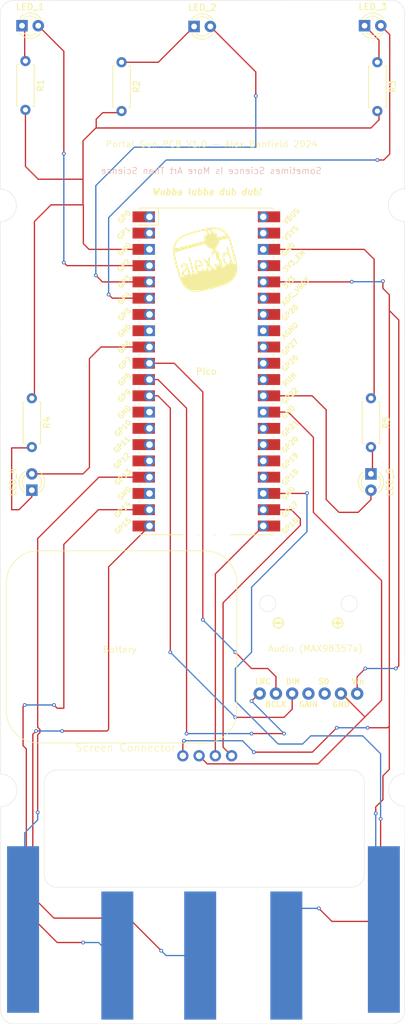
<source format=kicad_pcb>
(kicad_pcb (version 20221018) (generator pcbnew)
  (title_block (title "Portal Gun PCB") (date "2024-02-27") (rev "1") (company "alex3d"))
  (layers (0 "F.Cu" signal) (31 "B.Cu" signal) (34 "B.Paste" user) (35 "F.Paste" user) (36 "B.SilkS" user "B.Silkscreen") (37 "F.SilkS" user "F.Silkscreen") (38 "B.Mask" user) (39 "F.Mask" user) (44 "Edge.Cuts" user))
  (net 0 "")
  (net 1 "LED_1")
  (net 2 "LED_2")
  (net 3 "LED_GND")
  (net 4 "LED_3")
  (net 5 "LED_4")
  (net 6 "LED_5")
  (net 7 "SCRNAUDI_GND")
  (net 8 "PAD_1")
  (net 9 "PAD_2")
  (net 10 "PAD_3")
  (net 11 "PAD_4")
  (net 12 "PAD_5")
  (net 13 "LRC")
  (net 14 "BLCK")
  (net 15 "DIN")
  (net 16 "SCRN_C")
  (net 17 "SCRN_D")
  (footprint "" (layer "F.Cu") (at 136.006 176.276)
    (fp_text reference "" (at 0 0) (layer "F.SilkS") (effects (font (size 1.27 1.27))))
    (fp_text value "" (at 0 0) (layer "F.SilkS") (effects (font (size 1.27 1.27))))
    (pad "4" smd rect (at 0 0 180) (size 5 20) (drill (offset -0.9 0)) (layers "B.Cu" "B.Mask") (net 11 "PAD_4"))
  )
  (footprint "LED_THT:LED_D3.0mm" (layer "F.Cu") (at 95.59 31.125316)
    (fp_text reference "LED_1" (at 1.27 -2.96) (layer "F.SilkS"))
    (fp_text value "LED_D3.0mm")
    (pad "1" thru_hole rect (at 0 0) (size 1.8 1.8) (drill 0.9) (layers "*.Cu" "*.Mask") (net 3 "LED_GND"))
    (pad "2" thru_hole circle (at 2.54 0) (size 1.8 1.8) (drill 0.9) (layers "*.Cu" "*.Mask") (net 1 "LED_1"))
  )
  (footprint "MCU_RaspberryPi_and_Boards:RPi_Pico_SMD_TH" (layer "F.Cu") (at 124.405 85.09)
    (fp_text reference "Pico" (at 0 0) (layer "F.SilkS"))
    (fp_text value "RPi_Pico_SMD_TH")
    (fp_text user "GND" (at -12.8 -19.05 45) (layer "F.SilkS") (effects (font (size 0.8 0.8))))
    (fp_text user "GP9" (at -12.8 3.81 45) (layer "F.SilkS") (effects (font (size 0.8 0.8))))
    (fp_text user "AGND" (at 13.054 -6.35 45) (layer "F.SilkS") (effects (font (size 0.8 0.8))))
    (fp_text user "ADC_VREF" (at 14 -12.5 45) (layer "F.SilkS") (effects (font (size 0.8 0.8))))
    (fp_text user "GP7" (at -12.7 -1.3 45) (layer "F.SilkS") (effects (font (size 0.8 0.8))))
    (fp_text user "GP4" (at -12.8 -11.43 45) (layer "F.SilkS") (effects (font (size 0.8 0.8))))
    (fp_text user "GP13" (at -13.054 16.51 45) (layer "F.SilkS") (effects (font (size 0.8 0.8))))
    (fp_text user "GND" (at 12.8 19.05 45) (layer "F.SilkS") (effects (font (size 0.8 0.8))))
    (fp_text user "GP1" (at -12.9 -21.6 45) (layer "F.SilkS") (effects (font (size 0.8 0.8))))
    (fp_text user "GP12" (at -13.2 13.97 45) (layer "F.SilkS") (effects (font (size 0.8 0.8))))
    (fp_text user "GND" (at -12.8 19.05 45) (layer "F.SilkS") (effects (font (size 0.8 0.8))))
    (fp_text user "GND" (at 12.8 -19.05 45) (layer "F.SilkS") (effects (font (size 0.8 0.8))))
    (fp_text user "GP15" (at -13.054 24.13 45) (layer "F.SilkS") (effects (font (size 0.8 0.8))))
    (fp_text user "GP17" (at 13.054 21.59 45) (layer "F.SilkS") (effects (font (size 0.8 0.8))))
    (fp_text user "GP0" (at -12.8 -24.13 45) (layer "F.SilkS") (effects (font (size 0.8 0.8))))
    (fp_text user "GP8" (at -12.8 1.27 45) (layer "F.SilkS") (effects (font (size 0.8 0.8))))
    (fp_text user "GP28" (at 13.054 -9.144 45) (layer "F.SilkS") (effects (font (size 0.8 0.8))))
    (fp_text user "GP16" (at 13.054 24.13 45) (layer "F.SilkS") (effects (font (size 0.8 0.8))))
    (fp_text user "GP11" (at -13.2 11.43 45) (layer "F.SilkS") (effects (font (size 0.8 0.8))))
    (fp_text user "GP21" (at 13.054 8.9 45) (layer "F.SilkS") (effects (font (size 0.8 0.8))))
    (fp_text user "GND" (at -12.8 -6.35 45) (layer "F.SilkS") (effects (font (size 0.8 0.8))))
    (fp_text user "RUN" (at 13 1.27 45) (layer "F.SilkS") (effects (font (size 0.8 0.8))))
    (fp_text user "GP27" (at 13.054 -3.8 45) (layer "F.SilkS") (effects (font (size 0.8 0.8))))
    (fp_text user "3V3" (at 12.9 -13.9 45) (layer "F.SilkS") (effects (font (size 0.8 0.8))))
    (fp_text user "VSYS" (at 13.2 -21.59 45) (layer "F.SilkS") (effects (font (size 0.8 0.8))))
    (fp_text user "GND" (at 12.8 6.35 45) (layer "F.SilkS") (effects (font (size 0.8 0.8))))
    (fp_text user "GP6" (at -12.8 -3.81 45) (layer "F.SilkS") (effects (font (size 0.8 0.8))))
    (fp_text user "GND" (at -12.8 6.35 45) (layer "F.SilkS") (effects (font (size 0.8 0.8))))
    (fp_text user "GP22" (at 13.054 3.81 45) (layer "F.SilkS") (effects (font (size 0.8 0.8))))
    (fp_text user "GP20" (at 13.054 11.43 45) (layer "F.SilkS") (effects (font (size 0.8 0.8))))
    (fp_text user "GP14" (at -13.1 21.59 45) (layer "F.SilkS") (effects (font (size 0.8 0.8))))
    (fp_text user "GP18" (at 13.054 16.51 45) (layer "F.SilkS") (effects (font (size 0.8 0.8))))
    (fp_text user "GP19" (at 13.054 13.97 45) (layer "F.SilkS") (effects (font (size 0.8 0.8))))
    (fp_text user "GP5" (at -12.8 -8.89 45) (layer "F.SilkS") (effects (font (size 0.8 0.8))))
    (fp_text user "GP2" (at -12.9 -16.51 45) (layer "F.SilkS") (effects (font (size 0.8 0.8))))
    (fp_text user "GP10" (at -13.054 8.89 45) (layer "F.SilkS") (effects (font (size 0.8 0.8))))
    (fp_text user "GP26" (at 13.054 -1.27 45) (layer "F.SilkS") (effects (font (size 0.8 0.8))))
    (fp_text user "VBUS" (at 13.3 -24.2 45) (layer "F.SilkS") (effects (font (size 0.8 0.8))))
    (fp_text user "GP3" (at -12.8 -13.97 45) (layer "F.SilkS") (effects (font (size 0.8 0.8))))
    (fp_text user "3V3_EN" (at 13.7 -17.2 45) (layer "F.SilkS") (effects (font (size 0.8 0.8))))
    (pad "1" thru_hole oval (at -8.89 -24.13) (size 1.7 1.7) (drill 1.02) (layers "*.Cu" "*.Mask"))
    (pad "1" smd rect (at -8.89 -24.13) (size 3.5 1.7) (drill (offset -0.9 0)) (layers "F.Cu" "F.Mask"))
    (pad "2" thru_hole oval (at -8.89 -21.59) (size 1.7 1.7) (drill 1.02) (layers "*.Cu" "*.Mask"))
    (pad "2" smd rect (at -8.89 -21.59) (size 3.5 1.7) (drill (offset -0.9 0)) (layers "F.Cu" "F.Mask"))
    (pad "3" thru_hole rect (at -8.89 -19.05) (size 1.7 1.7) (drill 1.02) (layers "*.Cu" "*.Mask") (net 3 "LED_GND"))
    (pad "3" smd rect (at -8.89 -19.05) (size 3.5 1.7) (drill (offset -0.9 0)) (layers "F.Cu" "F.Mask") (net 3 "LED_GND"))
    (pad "4" thru_hole oval (at -8.89 -16.51) (size 1.7 1.7) (drill 1.02) (layers "*.Cu" "*.Mask") (net 1 "LED_1"))
    (pad "4" smd rect (at -8.89 -16.51) (size 3.5 1.7) (drill (offset -0.9 0)) (layers "F.Cu" "F.Mask") (net 1 "LED_1"))
    (pad "5" thru_hole oval (at -8.89 -13.97) (size 1.7 1.7) (drill 1.02) (layers "*.Cu" "*.Mask") (net 2 "LED_2"))
    (pad "5" smd rect (at -8.89 -13.97) (size 3.5 1.7) (drill (offset -0.9 0)) (layers "F.Cu" "F.Mask") (net 2 "LED_2"))
    (pad "6" thru_hole oval (at -8.89 -11.43) (size 1.7 1.7) (drill 1.02) (layers "*.Cu" "*.Mask") (net 4 "LED_3"))
    (pad "6" smd rect (at -8.89 -11.43) (size 3.5 1.7) (drill (offset -0.9 0)) (layers "F.Cu" "F.Mask") (net 4 "LED_3"))
    (pad "7" thru_hole oval (at -8.89 -8.89) (size 1.7 1.7) (drill 1.02) (layers "*.Cu" "*.Mask"))
    (pad "7" smd rect (at -8.89 -8.89) (size 3.5 1.7) (drill (offset -0.9 0)) (layers "F.Cu" "F.Mask"))
    (pad "8" thru_hole rect (at -8.89 -6.35) (size 1.7 1.7) (drill 1.02) (layers "*.Cu" "*.Mask"))
    (pad "8" smd rect (at -8.89 -6.35) (size 3.5 1.7) (drill (offset -0.9 0)) (layers "F.Cu" "F.Mask"))
    (pad "9" thru_hole oval (at -8.89 -3.81) (size 1.7 1.7) (drill 1.02) (layers "*.Cu" "*.Mask") (net 5 "LED_4"))
    (pad "9" smd rect (at -8.89 -3.81) (size 3.5 1.7) (drill (offset -0.9 0)) (layers "F.Cu" "F.Mask") (net 5 "LED_4"))
    (pad "10" thru_hole oval (at -8.89 -1.27) (size 1.7 1.7) (drill 1.02) (layers "*.Cu" "*.Mask") (net 14 "BLCK"))
    (pad "10" smd rect (at -8.89 -1.27) (size 3.5 1.7) (drill (offset -0.9 0)) (layers "F.Cu" "F.Mask") (net 14 "BLCK"))
    (pad "11" thru_hole oval (at -8.89 1.27) (size 1.7 1.7) (drill 1.02) (layers "*.Cu" "*.Mask") (net 13 "LRC"))
    (pad "11" smd rect (at -8.89 1.27) (size 3.5 1.7) (drill (offset -0.9 0)) (layers "F.Cu" "F.Mask") (net 13 "LRC"))
    (pad "12" thru_hole oval (at -8.89 3.81) (size 1.7 1.7) (drill 1.02) (layers "*.Cu" "*.Mask") (net 15 "DIN"))
    (pad "12" smd rect (at -8.89 3.81) (size 3.5 1.7) (drill (offset -0.9 0)) (layers "F.Cu" "F.Mask") (net 15 "DIN"))
    (pad "13" thru_hole rect (at -8.89 6.35) (size 1.7 1.7) (drill 1.02) (layers "*.Cu" "*.Mask"))
    (pad "13" smd rect (at -8.89 6.35) (size 3.5 1.7) (drill (offset -0.9 0)) (layers "F.Cu" "F.Mask"))
    (pad "14" thru_hole oval (at -8.89 8.89) (size 1.7 1.7) (drill 1.02) (layers "*.Cu" "*.Mask"))
    (pad "14" smd rect (at -8.89 8.89) (size 3.5 1.7) (drill (offset -0.9 0)) (layers "F.Cu" "F.Mask"))
    (pad "15" thru_hole oval (at -8.89 11.43) (size 1.7 1.7) (drill 1.02) (layers "*.Cu" "*.Mask"))
    (pad "15" smd rect (at -8.89 11.43) (size 3.5 1.7) (drill (offset -0.9 0)) (layers "F.Cu" "F.Mask"))
    (pad "16" thru_hole oval (at -8.89 13.97) (size 1.7 1.7) (drill 1.02) (layers "*.Cu" "*.Mask"))
    (pad "16" smd rect (at -8.89 13.97) (size 3.5 1.7) (drill (offset -0.9 0)) (layers "F.Cu" "F.Mask"))
    (pad "17" thru_hole oval (at -8.89 16.51) (size 1.7 1.7) (drill 1.02) (layers "*.Cu" "*.Mask") (net 8 "PAD_1"))
    (pad "17" smd rect (at -8.89 16.51) (size 3.5 1.7) (drill (offset -0.9 0)) (layers "F.Cu" "F.Mask") (net 8 "PAD_1"))
    (pad "18" thru_hole rect (at -8.89 19.05) (size 1.7 1.7) (drill 1.02) (layers "*.Cu" "*.Mask"))
    (pad "18" smd rect (at -8.89 19.05) (size 3.5 1.7) (drill (offset -0.9 0)) (layers "F.Cu" "F.Mask"))
    (pad "19" thru_hole oval (at -8.89 21.59) (size 1.7 1.7) (drill 1.02) (layers "*.Cu" "*.Mask") (net 9 "PAD_2"))
    (pad "19" smd rect (at -8.89 21.59) (size 3.5 1.7) (drill (offset -0.9 0)) (layers "F.Cu" "F.Mask") (net 9 "PAD_2"))
    (pad "20" thru_hole oval (at -8.89 24.13) (size 1.7 1.7) (drill 1.02) (layers "*.Cu" "*.Mask") (net 10 "PAD_3"))
    (pad "20" smd rect (at -8.89 24.13) (size 3.5 1.7) (drill (offset -0.9 0)) (layers "F.Cu" "F.Mask") (net 10 "PAD_3"))
    (pad "21" thru_hole oval (at 8.89 24.13) (size 1.7 1.7) (drill 1.02) (layers "*.Cu" "*.Mask") (net 17 "SCRN_D"))
    (pad "21" smd rect (at 8.89 24.13) (size 3.5 1.7) (drill (offset 0.9 0)) (layers "F.Cu" "F.Mask") (net 17 "SCRN_D"))
    (pad "22" thru_hole oval (at 8.89 21.59) (size 1.7 1.7) (drill 1.02) (layers "*.Cu" "*.Mask") (net 16 "SCRN_C"))
    (pad "22" smd rect (at 8.89 21.59) (size 3.5 1.7) (drill (offset 0.9 0)) (layers "F.Cu" "F.Mask") (net 16 "SCRN_C"))
    (pad "23" thru_hole rect (at 8.89 19.05) (size 1.7 1.7) (drill 1.02) (layers "*.Cu" "*.Mask") (net 11 "PAD_4"))
    (pad "23" smd rect (at 8.89 19.05) (size 3.5 1.7) (drill (offset 0.9 0)) (layers "F.Cu" "F.Mask") (net 11 "PAD_4"))
    (pad "24" thru_hole oval (at 8.89 16.51) (size 1.7 1.7) (drill 1.02) (layers "*.Cu" "*.Mask"))
    (pad "24" smd rect (at 8.89 16.51) (size 3.5 1.7) (drill (offset 0.9 0)) (layers "F.Cu" "F.Mask"))
    (pad "25" thru_hole oval (at 8.89 13.97) (size 1.7 1.7) (drill 1.02) (layers "*.Cu" "*.Mask"))
    (pad "25" smd rect (at 8.89 13.97) (size 3.5 1.7) (drill (offset 0.9 0)) (layers "F.Cu" "F.Mask"))
    (pad "26" thru_hole oval (at 8.89 11.43) (size 1.7 1.7) (drill 1.02) (layers "*.Cu" "*.Mask"))
    (pad "26" smd rect (at 8.89 11.43) (size 3.5 1.7) (drill (offset 0.9 0)) (layers "F.Cu" "F.Mask"))
    (pad "27" thru_hole oval (at 8.89 8.89) (size 1.7 1.7) (drill 1.02) (layers "*.Cu" "*.Mask"))
    (pad "27" smd rect (at 8.89 8.89) (size 3.5 1.7) (drill (offset 0.9 0)) (layers "F.Cu" "F.Mask"))
    (pad "28" thru_hole rect (at 8.89 6.35) (size 1.7 1.7) (drill 1.02) (layers "*.Cu" "*.Mask") (net 7 "SCRNAUDI_GND"))
    (pad "28" smd rect (at 8.89 6.35) (size 3.5 1.7) (drill (offset 0.9 0)) (layers "F.Cu" "F.Mask") (net 7 "SCRNAUDI_GND"))
    (pad "29" thru_hole oval (at 8.89 3.81) (size 1.7 1.7) (drill 1.02) (layers "*.Cu" "*.Mask") (net 6 "LED_5"))
    (pad "29" smd rect (at 8.89 3.81) (size 3.5 1.7) (drill (offset 0.9 0)) (layers "F.Cu" "F.Mask") (net 6 "LED_5"))
    (pad "30" thru_hole oval (at 8.89 1.27) (size 1.7 1.7) (drill 1.02) (layers "*.Cu" "*.Mask"))
    (pad "30" smd rect (at 8.89 1.27) (size 3.5 1.7) (drill (offset 0.9 0)) (layers "F.Cu" "F.Mask"))
    (pad "31" thru_hole oval (at 8.89 -1.27) (size 1.7 1.7) (drill 1.02) (layers "*.Cu" "*.Mask"))
    (pad "31" smd rect (at 8.89 -1.27) (size 3.5 1.7) (drill (offset 0.9 0)) (layers "F.Cu" "F.Mask"))
    (pad "32" thru_hole oval (at 8.89 -3.81) (size 1.7 1.7) (drill 1.02) (layers "*.Cu" "*.Mask"))
    (pad "32" smd rect (at 8.89 -3.81) (size 3.5 1.7) (drill (offset 0.9 0)) (layers "F.Cu" "F.Mask"))
    (pad "33" thru_hole rect (at 8.89 -6.35) (size 1.7 1.7) (drill 1.02) (layers "*.Cu" "*.Mask"))
    (pad "33" smd rect (at 8.89 -6.35) (size 3.5 1.7) (drill (offset 0.9 0)) (layers "F.Cu" "F.Mask"))
    (pad "34" thru_hole oval (at 8.89 -8.89) (size 1.7 1.7) (drill 1.02) (layers "*.Cu" "*.Mask"))
    (pad "34" smd rect (at 8.89 -8.89) (size 3.5 1.7) (drill (offset 0.9 0)) (layers "F.Cu" "F.Mask"))
    (pad "35" thru_hole oval (at 8.89 -11.43) (size 1.7 1.7) (drill 1.02) (layers "*.Cu" "*.Mask"))
    (pad "35" smd rect (at 8.89 -11.43) (size 3.5 1.7) (drill (offset 0.9 0)) (layers "F.Cu" "F.Mask"))
    (pad "36" thru_hole oval (at 8.89 -13.97) (size 1.7 1.7) (drill 1.02) (layers "*.Cu" "*.Mask") (net 12 "PAD_5"))
    (pad "36" smd rect (at 8.89 -13.97) (size 3.5 1.7) (drill (offset 0.9 0)) (layers "F.Cu" "F.Mask") (net 12 "PAD_5"))
    (pad "37" thru_hole oval (at 8.89 -16.51) (size 1.7 1.7) (drill 1.02) (layers "*.Cu" "*.Mask"))
    (pad "37" smd rect (at 8.89 -16.51) (size 3.5 1.7) (drill (offset 0.9 0)) (layers "F.Cu" "F.Mask"))
    (pad "38" thru_hole rect (at 8.89 -19.05) (size 1.7 1.7) (drill 1.02) (layers "*.Cu" "*.Mask") (net 3 "LED_GND"))
    (pad "38" smd rect (at 8.89 -19.05) (size 3.5 1.7) (drill (offset 0.9 0)) (layers "F.Cu" "F.Mask") (net 3 "LED_GND"))
    (pad "39" thru_hole oval (at 8.89 -21.59) (size 1.7 1.7) (drill 1.02) (layers "*.Cu" "*.Mask"))
    (pad "39" smd rect (at 8.89 -21.59) (size 3.5 1.7) (drill (offset 0.9 0)) (layers "F.Cu" "F.Mask"))
    (pad "40" thru_hole oval (at 8.89 -24.13) (size 1.7 1.7) (drill 1.02) (layers "*.Cu" "*.Mask"))
    (pad "40" smd rect (at 8.89 -24.13) (size 3.5 1.7) (drill (offset 0.9 0)) (layers "F.Cu" "F.Mask"))
  )
  (footprint "1X07_ROUND_76" (layer "F.Cu") (at 140.36 135.382 180)
    (fp_text reference "JP1" hide)
    (fp_text value "")
    (pad "1" thru_hole circle (at -7.62 0 270) (size 1.9304 1.9304) (drill 1) (layers "*.Cu" "*.Mask") (net 12 "PAD_5"))
    (pad "2" thru_hole circle (at -5.08 0 270) (size 1.9304 1.9304) (drill 1) (layers "*.Cu" "*.Mask") (net 7 "SCRNAUDI_GND"))
    (pad "3" thru_hole circle (at -2.54 0 270) (size 1.9304 1.9304) (drill 1) (layers "*.Cu" "*.Mask"))
    (pad "4" thru_hole circle (at 0 0 270) (size 1.9304 1.9304) (drill 1) (layers "*.Cu" "*.Mask"))
    (pad "5" thru_hole circle (at 2.54 0 270) (size 1.9304 1.9304) (drill 1) (layers "*.Cu" "*.Mask") (net 15 "DIN"))
    (pad "6" thru_hole circle (at 5.08 0 270) (size 1.9304 1.9304) (drill 1) (layers "*.Cu" "*.Mask") (net 14 "BLCK"))
    (pad "7" thru_hole circle (at 7.62 0 270) (size 1.9304 1.9304) (drill 1) (layers "*.Cu" "*.Mask") (net 13 "LRC"))
  )
  (footprint "SYMBOL_MINUS" (layer "F.Cu") (at 135.661 124.358 180)
    (fp_text reference "minus" hide)
    (fp_text value "" hide)
  )
  (footprint "LED_THT:LED_D3.0mm" (layer "F.Cu") (at 149.13 31.125316)
    (fp_text reference "LED_3" (at 1.27 -2.96) (layer "F.SilkS"))
    (fp_text value "LED_D3.0mm" hide)
    (pad "1" thru_hole rect (at 0 0) (size 1.8 1.8) (drill 0.9) (layers "*.Cu" "*.Mask") (net 3 "LED_GND"))
    (pad "2" thru_hole circle (at 2.54 0) (size 1.8 1.8) (drill 0.9) (layers "*.Cu" "*.Mask") (net 4 "LED_3"))
  )
  (footprint "Resistor_THT:R_Axial_DIN0207_L6.3mm_D2.5mm_P7.62mm_Horizontal" (layer "F.Cu") (at 96.13 36.64 -90)
    (fp_text reference "R1" (at 3.81 -2.37 90) (layer "F.SilkS"))
    (fp_text value "R1")
    (pad "1" thru_hole circle (at 0 0 270) (size 1.6 1.6) (drill 0.8) (layers "*.Cu" "*.Mask") (net 3 "LED_GND"))
    (pad "2" thru_hole oval (at 7.62 0 270) (size 1.6 1.6) (drill 0.8) (layers "*.Cu" "*.Mask") (net 3 "LED_GND"))
  )
  (footprint "Resistor_THT:R_Axial_DIN0207_L6.3mm_D2.5mm_P7.62mm_Horizontal" (layer "F.Cu") (at 151.13 36.83 -90)
    (fp_text reference "R3" (at 3.81 -2.37 90) (layer "F.SilkS"))
    (fp_text value "R3")
    (pad "1" thru_hole circle (at 0 0 270) (size 1.6 1.6) (drill 0.8) (layers "*.Cu" "*.Mask") (net 3 "LED_GND"))
    (pad "2" thru_hole oval (at 7.62 0 270) (size 1.6 1.6) (drill 0.8) (layers "*.Cu" "*.Mask") (net 3 "LED_GND"))
  )
  (footprint "" (layer "F.Cu") (at 151.246 172.212)
    (fp_text reference "" (at 0 0) (layer "F.SilkS") (effects (font (size 1.27 1.27))))
    (fp_text value "" (at 0 0) (layer "F.SilkS") (effects (font (size 1.27 1.27))))
    (pad "5" smd rect (at 0 0 180) (size 5 26) (drill (offset -0.9 0)) (layers "B.Cu" "B.Mask") (net 12 "PAD_5"))
  )
  (footprint "" (layer "F.Cu") (at 146.13 167.95)
    (fp_text reference "@HOLE1" hide)
    (fp_text value "" (at 0 0) (layer "F.SilkS") (effects (font (size 1.27 1.27))))
    (pad "" np_thru_hole circle (at 0 0) (size 2 2) (drill 2) (layers "F&B.Cu" "*.Mask"))
  )
  (footprint "" (layer "F.Cu") (at 120.73 145.09)
    (fp_text reference "" (at 0 0) (layer "F.SilkS") (effects (font (size 1.27 1.27))))
    (fp_text value "" (at 0 0) (layer "F.SilkS") (effects (font (size 1.27 1.27))))
    (pad "1" thru_hole circle (at 0 0 90) (size 1.778 1.778) (drill 1.016) (layers "*.Cu" "*.Mask") (net 12 "PAD_5"))
  )
  (footprint "" (layer "F.Cu") (at 109.59 176.276)
    (fp_text reference "" (at 0 0) (layer "F.SilkS") (effects (font (size 1.27 1.27))))
    (fp_text value "" (at 0 0) (layer "F.SilkS") (effects (font (size 1.27 1.27))))
    (pad "2" smd rect (at 0 0 180) (size 5 20) (drill (offset -0.9 0)) (layers "B.Cu" "B.Mask") (net 9 "PAD_2"))
  )
  (footprint "symbols:alex3d" (layer "F.Cu") (at 124.222947 67.635857)
    (fp_text reference "G***" hide)
    (fp_text value "LOGO" hide)
  )
  (footprint "" (layer "F.Cu") (at 102.442 145.09)
    (fp_text reference "@HOLE2" hide)
    (fp_text value "" (at 0 0) (layer "F.SilkS") (effects (font (size 1.27 1.27))))
    (pad "" np_thru_hole circle (at 0 0) (size 2 2) (drill 2) (layers "F&B.Cu" "*.Mask"))
  )
  (footprint "" (layer "F.Cu") (at 123.27 145.09)
    (fp_text reference "" (at 0 0) (layer "F.SilkS") (effects (font (size 1.27 1.27))))
    (fp_text value "" (at 0 0) (layer "F.SilkS") (effects (font (size 1.27 1.27))))
    (pad "2" thru_hole circle (at 0 0 90) (size 1.778 1.778) (drill 1.016) (layers "*.Cu" "*.Mask") (net 7 "SCRNAUDI_GND"))
  )
  (footprint "" (layer "F.Cu") (at 146.13 145.09)
    (fp_text reference "@HOLE3" hide)
    (fp_text value "" (at 0 0) (layer "F.SilkS") (effects (font (size 1.27 1.27))))
    (pad "" np_thru_hole circle (at 0 0) (size 2 2) (drill 2) (layers "F&B.Cu" "*.Mask"))
  )
  (footprint "" (layer "F.Cu") (at 122.544 176.276)
    (fp_text reference "" (at 0 0) (layer "F.SilkS") (effects (font (size 1.27 1.27))))
    (fp_text value "" (at 0 0) (layer "F.SilkS") (effects (font (size 1.27 1.27))))
    (pad "3" smd rect (at 0 0 180) (size 5 20) (drill (offset -0.9 0)) (layers "B.Cu" "B.Mask") (net 10 "PAD_3"))
  )
  (footprint "LED_THT:LED_D3.0mm" (layer "F.Cu") (at 122.488204 31.242)
    (fp_text reference "LED_2" (at 1.27 -2.96) (layer "F.SilkS"))
    (fp_text value "LED_D3.0mm")
    (pad "1" thru_hole rect (at 0 0) (size 1.8 1.8) (drill 0.9) (layers "*.Cu" "*.Mask") (net 3 "LED_GND"))
    (pad "2" thru_hole circle (at 2.54 0) (size 1.8 1.8) (drill 0.9) (layers "*.Cu" "*.Mask") (net 2 "LED_2"))
  )
  (footprint "Resistor_THT:R_Axial_DIN0207_L6.3mm_D2.5mm_P7.62mm_Horizontal" (layer "F.Cu") (at 97.13 89.28 -90)
    (fp_text reference "R4" (at 3.81 -2.37 90) (layer "F.SilkS"))
    (fp_text value "R4")
    (pad "1" thru_hole circle (at 0 0 270) (size 1.6 1.6) (drill 0.8) (layers "*.Cu" "*.Mask") (net 3 "LED_GND"))
    (pad "2" thru_hole oval (at 7.62 0 270) (size 1.6 1.6) (drill 0.8) (layers "*.Cu" "*.Mask") (net 3 "LED_GND"))
  )
  (footprint "LED_THT:LED_D3.0mm" (layer "F.Cu") (at 150.13 101.09 -90)
    (fp_text reference "LED_5" (at 1.27 -2.96 90) (layer "F.SilkS"))
    (fp_text value "LED_D3.0mm")
    (pad "1" thru_hole rect (at 0 0 270) (size 1.8 1.8) (drill 0.9) (layers "*.Cu" "*.Mask") (net 3 "LED_GND"))
    (pad "2" thru_hole circle (at 2.54 0 270) (size 1.8 1.8) (drill 0.9) (layers "*.Cu" "*.Mask") (net 6 "LED_5"))
  )
  (footprint "" (layer "F.Cu") (at 102.442 167.95)
    (fp_text reference "" (at 0 0) (layer "F.SilkS") (effects (font (size 1.27 1.27))))
    (fp_text value "" (at 0 0) (layer "F.SilkS") (effects (font (size 1.27 1.27))))
    (pad "" np_thru_hole circle (at 0 0) (size 2 2) (drill 2) (layers "F&B.Cu" "*.Mask"))
  )
  (footprint "" (layer "F.Cu") (at 125.81 145.09)
    (fp_text reference "" (at 0 0) (layer "F.SilkS") (effects (font (size 1.27 1.27))))
    (fp_text value "" (at 0 0) (layer "F.SilkS") (effects (font (size 1.27 1.27))))
    (pad "3" thru_hole circle (at 0 0 90) (size 1.778 1.778) (drill 1.016) (layers "*.Cu" "*.Mask") (net 17 "SCRN_D"))
  )
  (footprint "SYMBOL_PLUS" (layer "F.Cu") (at 144.932 124.358)
    (fp_text reference "plus" hide)
    (fp_text value "" hide)
  )
  (footprint "Resistor_THT:R_Axial_DIN0207_L6.3mm_D2.5mm_P7.62mm_Horizontal" (layer "F.Cu") (at 111.15 36.83 -90)
    (fp_text reference "R2" (at 3.81 -2.37 90) (layer "F.SilkS"))
    (fp_text value "R2")
    (pad "1" thru_hole circle (at 0 0 270) (size 1.6 1.6) (drill 0.8) (layers "*.Cu" "*.Mask") (net 3 "LED_GND"))
    (pad "2" thru_hole oval (at 7.62 0 270) (size 1.6 1.6) (drill 0.8) (layers "*.Cu" "*.Mask") (net 3 "LED_GND"))
  )
  (footprint "Resistor_THT:R_Axial_DIN0207_L6.3mm_D2.5mm_P7.62mm_Horizontal" (layer "F.Cu") (at 150.13 89.28 -90)
    (fp_text reference "R5" (at 3.81 -2.37 90) (layer "F.SilkS"))
    (fp_text value "R5")
    (pad "1" thru_hole circle (at 0 0 270) (size 1.6 1.6) (drill 0.8) (layers "*.Cu" "*.Mask") (net 3 "LED_GND"))
    (pad "2" thru_hole oval (at 7.62 0 270) (size 1.6 1.6) (drill 0.8) (layers "*.Cu" "*.Mask") (net 3 "LED_GND"))
  )
  (footprint "LED_THT:LED_D3.0mm" (layer "F.Cu") (at 97.13 103.63 90)
    (fp_text reference "LED_4" (at 1.27 -2.96 90) (layer "F.SilkS"))
    (fp_text value "LED_D3.0mm")
    (pad "1" thru_hole rect (at 0 0 90) (size 1.8 1.8) (drill 0.9) (layers "*.Cu" "*.Mask") (net 3 "LED_GND"))
    (pad "2" thru_hole circle (at 2.54 0 90) (size 1.8 1.8) (drill 0.9) (layers "*.Cu" "*.Mask") (net 5 "LED_4"))
  )
  (footprint "" (layer "F.Cu") (at 128.35 145.09)
    (fp_text reference "" (at 0 0) (layer "F.SilkS") (effects (font (size 1.27 1.27))))
    (fp_text value "" (at 0 0) (layer "F.SilkS") (effects (font (size 1.27 1.27))))
    (pad "4" thru_hole circle (at 0 0 90) (size 1.778 1.778) (drill 1.016) (layers "*.Cu" "*.Mask") (net 16 "SCRN_C"))
  )
  (footprint "" (layer "B.Cu") (at 94.858 172.212 180)
    (fp_text reference "" (at 0 0) (layer "B.SilkS") (effects (font (size 1.27 1.27)) (justify mirror)))
    (fp_text value "" (at 0 0) (layer "B.SilkS") (effects (font (size 1.27 1.27)) (justify mirror)))
    (pad "1" smd rect (at 0 0 180) (size 5 26) (drill (offset -0.9 0)) (layers "B.Cu" "B.Mask") (net 8 "PAD_1"))
  )
  (gr_line (start 93.15 138.09) (end 93.15 118.09) (stroke (width 0.1)) (layer "F.SilkS"))
  (gr_arc (start 124.15 113.09) (mid 127.685534 114.554466) (end 129.15 118.09) (stroke (width 0.1)) (layer "F.SilkS"))
  (gr_line (start 124.15 143.09) (end 98.15 143.09) (stroke (width 0.1)) (layer "F.SilkS"))
  (gr_line (start 98.15 113.09) (end 124.15 113.09) (stroke (width 0.1)) (layer "F.SilkS"))
  (gr_line (start 129.15 118.09) (end 129.15 138.09) (stroke (width 0.1)) (layer "F.SilkS"))
  (gr_arc (start 93.15 118.09) (mid 94.614466 114.554466) (end 98.15 113.09) (stroke (width 0.1)) (layer "F.SilkS"))
  (gr_arc (start 98.15 143.09) (mid 94.614466 141.625534) (end 93.15 138.09) (stroke (width 0.1)) (layer "F.SilkS"))
  (gr_arc (start 129.15 138.09) (mid 127.685534 141.625534) (end 124.15 143.09) (stroke (width 0.1)) (layer "F.SilkS"))
  (gr_line (start 94.178351 27.21822) (end 153.361732 27.13778) (stroke (width 0.05)) (layer "Edge.Cuts"))
  (gr_line (start 92.256237 153.014959) (end 92.275084 184.937067) (stroke (width 0.05)) (layer "Edge.Cuts"))
  (gr_arc (start 155.362368 184.953137) (mid 154.776571 186.367342) (end 153.362368 186.953137) (stroke (width 0.05)) (layer "Edge.Cuts"))
  (gr_arc (start 147.098 147.32) (mid 148.512214 147.905786) (end 149.098 149.32) (stroke (width 0.05)) (layer "Edge.Cuts"))
  (gr_arc (start 92.178351 29.21822) (mid 92.764149 27.804037) (end 94.178351 27.21822) (stroke (width 0.05)) (layer "Edge.Cuts"))
  (gr_arc (start 92.188491 56.647334) (mid 94.72849 59.18733) (end 92.188491 61.727334) (stroke (width 0.05)) (layer "Edge.Cuts"))
  (gr_arc (start 92.256237 147.934959) (mid 94.796235 150.47496) (end 92.256237 153.014959) (stroke (width 0.05)) (layer "Edge.Cuts"))
  (gr_line (start 155.361732 29.13778) (end 155.380254 56.593912) (stroke (width 0.05)) (layer "Edge.Cuts"))
  (gr_line (start 155.448 152.961537) (end 155.362368 184.953137) (stroke (width 0.05)) (layer "Edge.Cuts"))
  (gr_arc (start 155.380254 61.673912) (mid 152.840213 59.1339) (end 155.380254 56.593912) (stroke (width 0.05)) (layer "Edge.Cuts"))
  (gr_line (start 99.06 163.608) (end 99.06 149.32) (stroke (width 0.05)) (layer "Edge.Cuts"))
  (gr_arc (start 99.06 149.32) (mid 99.645786 147.905786) (end 101.06 147.32) (stroke (width 0.05)) (layer "Edge.Cuts"))
  (gr_arc (start 101.06 165.608) (mid 99.645786 165.022214) (end 99.06 163.608) (stroke (width 0.05)) (layer "Edge.Cuts"))
  (gr_line (start 101.06 147.32) (end 147.098 147.32) (stroke (width 0.05)) (layer "Edge.Cuts"))
  (gr_arc (start 149.098 163.608) (mid 148.512214 165.022214) (end 147.098 165.608) (stroke (width 0.05)) (layer "Edge.Cuts"))
  (gr_line (start 153.362368 186.953137) (end 94.275084 186.937067) (stroke (width 0.05)) (layer "Edge.Cuts"))
  (gr_arc (start 155.448 152.961537) (mid 152.907988 150.4215) (end 155.448 147.881537) (stroke (width 0.05)) (layer "Edge.Cuts"))
  (gr_line (start 92.178351 29.21822) (end 92.188491 56.647334) (stroke (width 0.05)) (layer "Edge.Cuts"))
  (gr_line (start 155.380254 61.673912) (end 155.448 147.881537) (stroke (width 0.05)) (layer "Edge.Cuts"))
  (gr_line (start 92.256237 147.934959) (end 92.188491 61.727334) (stroke (width 0.05)) (layer "Edge.Cuts"))
  (gr_arc (start 94.275084 186.937067) (mid 92.860849 186.35129) (end 92.275084 184.937067) (stroke (width 0.05)) (layer "Edge.Cuts"))
  (gr_circle (center 146.738143 121.334263) (end 145.976143 120.318263) (stroke (width 0.05)) (fill none) (layer "Edge.Cuts"))
  (gr_arc (start 153.361732 27.13778) (mid 154.775949 27.723568) (end 155.361732 29.13778) (stroke (width 0.05)) (layer "Edge.Cuts"))
  (gr_line (start 147.098 165.608) (end 101.06 165.608) (stroke (width 0.05)) (layer "Edge.Cuts"))
  (gr_circle (center 134.013239 121.314558) (end 133.251239 120.298558) (stroke (width 0.05)) (fill none) (layer "Edge.Cuts"))
  (gr_line (start 149.098 149.32) (end 149.098 163.608) (stroke (width 0.05)) (layer "Edge.Cuts"))
  (gr_text "Sometimes Science Is More Art Than Science" (at 142.494 54.356) (layer "B.SilkS") (effects (font (size 1 1) (thickness 0.1)) (justify left bottom mirror)))
  (gr_text "LRC" (at 133.248 133.502) (layer "F.SilkS") (effects (font (size 0.8636 0.8636) (thickness 0.1524))))
  (gr_text "Screen Connector" (at 103.886 144.526) (layer "F.SilkS") (effects (font (size 1.176528 1.176528) (thickness 0.093472)) (justify left bottom)))
  (gr_text "BCLK" (at 135.28 137.058) (layer "F.SilkS") (effects (font (size 0.8636 0.8636) (thickness 0.1524))))
  (gr_text "Vin" (at 148.107 133.502) (layer "F.SilkS") (effects (font (size 0.8636 0.8636) (thickness 0.1524))))
  (gr_text "SD" (at 142.773 133.502) (layer "F.SilkS") (effects (font (size 0.8636 0.8636) (thickness 0.1524))))
  (gr_text "GAIN" (at 140.36 137.058) (layer "F.SilkS") (effects (font (size 0.8636 0.8636) (thickness 0.1524))))
  (gr_text "Wubba lubba dub dub!" (at 115.824 57.658) (layer "F.SilkS") (effects (font (size 1 1) (thickness 0.2) bold italic) (justify left bottom)))
  (gr_text "GND" (at 145.44 137.058) (layer "F.SilkS") (effects (font (size 0.8636 0.8636) (thickness 0.1524))))
  (gr_text "DIN" (at 137.947 133.502) (layer "F.SilkS") (effects (font (size 0.8636 0.8636) (thickness 0.1524))))
  (gr_text "Battery" (at 108.15 129.09) (layer "F.SilkS") (effects (font (size 1 1) (thickness 0.1)) (justify left bottom)))
  (gr_text "Audio (MAX98357a)" (at 134.01 128.93) (layer "F.SilkS") (effects (font (size 1 1) (thickness 0.1)) (justify left bottom)))
  (gr_text "Portal Gun PCB V1.0 - Alex Banfield 2024" (at 108.61 50.19) (layer "F.SilkS") (effects (font (size 1 1) (thickness 0.1)) (justify left bottom)))
  (segment (start 98.13 31.125316) (end 102.13 35.125316) (width 0.2) (layer "F.Cu") (net 1))
  (segment (start 102.13 68.09) (end 102.62 68.58) (width 0.2) (layer "F.Cu") (net 1))
  (segment (start 102.62 68.58) (end 115.515 68.58) (width 0.2) (layer "F.Cu") (net 1))
  (segment (start 102.13 35.125316) (end 102.13 51.09) (width 0.2) (layer "F.Cu") (net 1))
  (via (at 102.13 51.09) (size 0.6) (drill 0.3) (layers "F.Cu" "B.Cu") (net 1))
  (via (at 102.13 68.09) (size 0.6) (drill 0.3) (layers "F.Cu" "B.Cu") (net 1))
  (segment (start 102.13 51.09) (end 102.13 68.09) (width 0.2) (layer "B.Cu") (net 1))
  (segment (start 107.13 70.09) (end 108.16 71.12) (width 0.2) (layer "F.Cu") (net 2))
  (segment (start 132.13 42.09) (end 132.13 38.343796) (width 0.2) (layer "F.Cu") (net 2))
  (segment (start 108.16 71.12) (end 115.515 71.12) (width 0.2) (layer "F.Cu") (net 2))
  (segment (start 132.13 38.343796) (end 125.028204 31.242) (width 0.2) (layer "F.Cu") (net 2))
  (via (at 132.13 42.09) (size 0.6) (drill 0.3) (layers "F.Cu" "B.Cu") (net 2))
  (via (at 107.13 70.09) (size 0.6) (drill 0.3) (layers "F.Cu" "B.Cu") (net 2))
  (segment (start 107.13 56.09) (end 107.13 70.09) (width 0.2) (layer "B.Cu") (net 2))
  (segment (start 113.13 50.09) (end 107.13 56.09) (width 0.2) (layer "B.Cu") (net 2))
  (segment (start 132.13 50.09) (end 113.13 50.09) (width 0.2) (layer "B.Cu") (net 2))
  (segment (start 132.13 42.09) (end 132.13 50.09) (width 0.2) (layer "B.Cu") (net 2))
  (segment (start 110.896 44.704) (end 108.204 44.704) (width 0.2) (layer "F.Cu") (net 3))
  (segment (start 93.98 106.68) (end 95.13 106.68) (width 0.2) (layer "F.Cu") (net 3))
  (segment (start 150.622 88.788) (end 150.622 67.582) (width 0.2) (layer "F.Cu") (net 3))
  (segment (start 150.13 89.28) (end 150.622 88.788) (width 0.2) (layer "F.Cu") (net 3))
  (segment (start 107.13 47.09) (end 105.13 49.09) (width 0.2) (layer "F.Cu") (net 3))
  (segment (start 105.18 59.14) (end 105.13 59.09) (width 0.2) (layer "F.Cu") (net 3))
  (segment (start 116.900204 36.83) (end 122.488204 31.242) (width 0.2) (layer "F.Cu") (net 3))
  (segment (start 111.15 36.83) (end 116.900204 36.83) (width 0.2) (layer "F.Cu") (net 3))
  (segment (start 96.012 36.522) (end 96.012 31.547316) (width 0.2) (layer "F.Cu") (net 3))
  (segment (start 151.384 45.836) (end 150.13 47.09) (width 0.2) (layer "F.Cu") (net 3))
  (segment (start 150.368 100.852) (end 150.368 97.138) (width 0.2) (layer "F.Cu") (net 3))
  (segment (start 96.012 31.547316) (end 95.59 31.125316) (width 0.2) (layer "F.Cu") (net 3))
  (segment (start 150.622 67.582) (end 149.08 66.04) (width 0.2) (layer "F.Cu") (net 3))
  (segment (start 97.13 96.9) (end 97.002 97.028) (width 0.2) (layer "F.Cu") (net 3))
  (segment (start 107.188 47.09) (end 107.13 47.09) (width 0.2) (layer "F.Cu") (net 3))
  (segment (start 107.188 45.72) (end 107.188 47.09) (width 0.2) (layer "F.Cu") (net 3))
  (segment (start 108.204 44.704) (end 107.188 45.72) (width 0.2) (layer "F.Cu") (net 3))
  (segment (start 111.15 44.45) (end 110.896 44.704) (width 0.2) (layer "F.Cu") (net 3))
  (segment (start 97.13 89.28) (end 97.536 88.874) (width 0.2) (layer "F.Cu") (net 3))
  (segment (start 150.13 47.09) (end 107.188 47.09) (width 0.2) (layer "F.Cu") (net 3))
  (segment (start 150.368 97.138) (end 150.13 96.9) (width 0.2) (layer "F.Cu") (net 3))
  (segment (start 97.536 88.874) (end 97.536 61.684) (width 0.2) (layer "F.Cu") (net 3))
  (segment (start 97.536 61.684) (end 100.13 59.09) (width 0.2) (layer "F.Cu") (net 3))
  (segment (start 97.002 97.028) (end 93.98 97.028) (width 0.2) (layer "F.Cu") (net 3))
  (segment (start 151.13 36.83) (end 151.384 36.576) (width 0.2) (layer "F.Cu") (net 3))
  (segment (start 150.13 101.09) (end 150.368 100.852) (width 0.2) (layer "F.Cu") (net 3))
  (segment (start 151.384 44.704) (end 151.384 45.836) (width 0.2) (layer "F.Cu") (net 3))
  (segment (start 97.13 104.68) (end 97.13 103.63) (width 0.2) (layer "F.Cu") (net 3))
  (segment (start 106.07 66.04) (end 105.18 65.15) (width 0.2) (layer "F.Cu") (net 3))
  (segment (start 95.13 106.68) (end 97.13 104.68) (width 0.2) (layer "F.Cu") (net 3))
  (segment (start 151.384 33.379316) (end 149.13 31.125316) (width 0.2) (layer "F.Cu") (net 3))
  (segment (start 105.13 49.09) (end 105.13 55.09) (width 0.2) (layer "F.Cu") (net 3))
  (segment (start 100.13 59.09) (end 105.13 59.09) (width 0.2) (layer "F.Cu") (net 3))
  (segment (start 151.13 44.45) (end 151.384 44.704) (width 0.2) (layer "F.Cu") (net 3))
  (segment (start 96.13 44.26) (end 96.13 53.09) (width 0.2) (layer "F.Cu") (net 3))
  (segment (start 151.384 36.576) (end 151.384 33.379316) (width 0.2) (layer "F.Cu") (net 3))
  (segment (start 105.13 55.09) (end 105.13 59.09) (width 0.2) (layer "F.Cu") (net 3))
  (segment (start 96.13 53.09) (end 98.13 55.09) (width 0.2) (layer "F.Cu") (net 3))
  (segment (start 149.08 66.04) (end 133.295 66.04) (width 0.2) (layer "F.Cu") (net 3))
  (segment (start 93.98 97.028) (end 93.98 106.68) (width 0.2) (layer "F.Cu") (net 3))
  (segment (start 98.13 55.09) (end 105.13 55.09) (width 0.2) (layer "F.Cu") (net 3))
  (segment (start 106.07 66.04) (end 115.515 66.04) (width 0.2) (layer "F.Cu") (net 3))
  (segment (start 96.13 36.64) (end 96.012 36.522) (width 0.2) (layer "F.Cu") (net 3))
  (segment (start 105.18 65.15) (end 105.18 59.14) (width 0.2) (layer "F.Cu") (net 3))
  (segment (start 153.061325 51.158675) (end 152.13 52.09) (width 0.2) (layer "F.Cu") (net 4))
  (segment (start 109.7 73.66) (end 115.515 73.66) (width 0.2) (layer "F.Cu") (net 4))
  (segment (start 153.061325 32.516641) (end 151.67 31.125316) (width 0.2) (layer "F.Cu") (net 4))
  (segment (start 109.13 73.09) (end 109.7 73.66) (width 0.2) (layer "F.Cu") (net 4))
  (segment (start 153.061325 51.158675) (end 153.061325 32.516641) (width 0.2) (layer "F.Cu") (net 4))
  (segment (start 152.13 52.09) (end 151.13 52.09) (width 0.2) (layer "F.Cu") (net 4))
  (via (at 109.13 73.09) (size 0.6) (drill 0.3) (layers "F.Cu" "B.Cu") (net 4))
  (via (at 151.13 52.09) (size 0.6) (drill 0.3) (layers "F.Cu" "B.Cu") (net 4))
  (segment (start 118.13 52.09) (end 111.13 59.09) (width 0.2) (layer "B.Cu") (net 4))
  (segment (start 151.13 52.09) (end 118.13 52.09) (width 0.2) (layer "B.Cu") (net 4))
  (segment (start 109.13 61.09) (end 109.13 73.09) (width 0.2) (layer "B.Cu") (net 4))
  (segment (start 111.13 59.09) (end 109.13 61.09) (width 0.2) (layer "B.Cu") (net 4))
  (segment (start 106.13 100.09) (end 105.13 101.09) (width 0.2) (layer "F.Cu") (net 5))
  (segment (start 107.94 81.28) (end 106.13 83.09) (width 0.2) (layer "F.Cu") (net 5))
  (segment (start 106.13 83.09) (end 106.13 100.09) (width 0.2) (layer "F.Cu") (net 5))
  (segment (start 105.13 101.09) (end 97.13 101.09) (width 0.2) (layer "F.Cu") (net 5))
  (segment (start 115.515 81.28) (end 107.94 81.28) (width 0.2) (layer "F.Cu") (net 5))
  (segment (start 143.13 105.09) (end 143.13 91.09) (width 0.2) (layer "F.Cu") (net 6))
  (segment (start 143.13 91.09) (end 140.94 88.9) (width 0.2) (layer "F.Cu") (net 6))
  (segment (start 140.94 88.9) (end 133.295 88.9) (width 0.2) (layer "F.Cu") (net 6))
  (segment (start 150.13 105.09) (end 148.13 107.09) (width 0.2) (layer "F.Cu") (net 6))
  (segment (start 150.13 103.63) (end 150.13 105.09) (width 0.2) (layer "F.Cu") (net 6))
  (segment (start 145.13 107.09) (end 143.13 105.09) (width 0.2) (layer "F.Cu") (net 6))
  (segment (start 148.13 107.09) (end 145.13 107.09) (width 0.2) (layer "F.Cu") (net 6))
  (segment (start 141.13 107.09) (end 151.79 117.75) (width 0.2) (layer "F.Cu") (net 7))
  (segment (start 137.2 91.44) (end 141.13 95.37) (width 0.2) (layer "F.Cu") (net 7))
  (segment (start 141.863934 146.356066) (end 124.536066 146.356066) (width 0.2) (layer "F.Cu") (net 7))
  (segment (start 149.19 139.03) (end 141.863934 146.356066) (width 0.2) (layer "F.Cu") (net 7))
  (segment (start 145.44 135.28) (end 149.19 139.03) (width 0.2) (layer "F.Cu") (net 7))
  (segment (start 151.79 136.43) (end 149.19 139.03) (width 0.2) (layer "F.Cu") (net 7))
  (segment (start 133.295 91.44) (end 137.2 91.44) (width 0.2) (layer "F.Cu") (net 7))
  (segment (start 141.13 95.37) (end 141.13 107.09) (width 0.2) (layer "F.Cu") (net 7))
  (segment (start 151.79 117.75) (end 151.79 136.43) (width 0.2) (layer "F.Cu") (net 7))
  (segment (start 124.536066 146.356066) (end 123.27 145.09) (width 0.2) (layer "F.Cu") (net 7))
  (segment (start 98.39 141.472529) (end 98.39 140.975471) (width 0.2) (layer "F.Cu") (net 8))
  (segment (start 98.044 141.818529) (end 98.39 141.472529) (width 0.2) (layer "F.Cu") (net 8))
  (segment (start 107.62 101.6) (end 115.515 101.6) (width 0.2) (layer "F.Cu") (net 8))
  (segment (start 98.044 153.924) (end 98.044 141.818529) (width 0.2) (layer "F.Cu") (net 8))
  (segment (start 98.044 140.629471) (end 98.044 111.176) (width 0.2) (layer "F.Cu") (net 8))
  (segment (start 98.044 111.176) (end 107.62 101.6) (width 0.2) (layer "F.Cu") (net 8))
  (segment (start 98.39 140.975471) (end 98.044 140.629471) (width 0.2) (layer "F.Cu") (net 8))
  (via (at 98.044 153.924) (size 0.6) (drill 0.3) (layers "F.Cu" "B.Cu") (net 8))
  (segment (start 96.012 157.138) (end 96.012 171.602) (width 0.2) (layer "B.Cu") (net 8))
  (segment (start 96.012 171.602) (end 96.52 172.11) (width 0.2) (layer "B.Cu") (net 8))
  (segment (start 98.044 155.106) (end 96.012 157.138) (width 0.2) (layer "B.Cu") (net 8))
  (segment (start 98.044 153.924) (end 98.044 155.106) (width 0.2) (layer "B.Cu") (net 8))
  (segment (start 102.13 112.09) (end 107.54 106.68) (width 0.2) (layer "F.Cu") (net 9))
  (segment (start 101.092 174.244) (end 105.148 174.244) (width 0.2) (layer "F.Cu") (net 9))
  (segment (start 101.092 137.668) (end 102.13 137.668) (width 0.2) (layer "F.Cu") (net 9))
  (segment (start 96.266 144.018) (end 96.266 169.418) (width 0.2) (layer "F.Cu") (net 9))
  (segment (start 96.012 137.16) (end 95.758 137.414) (width 0.2) (layer "F.Cu") (net 9))
  (segment (start 107.54 106.68) (end 115.515 106.68) (width 0.2) (layer "F.Cu") (net 9))
  (segment (start 96.266 169.418) (end 101.092 174.244) (width 0.2) (layer "F.Cu") (net 9))
  (segment (start 95.758 143.51) (end 96.266 144.018) (width 0.2) (layer "F.Cu") (net 9))
  (segment (start 95.758 137.414) (end 95.758 143.51) (width 0.2) (layer "F.Cu") (net 9))
  (segment (start 102.13 137.668) (end 102.13 112.09) (width 0.2) (layer "F.Cu") (net 9))
  (segment (start 100.584 137.16) (end 101.092 137.668) (width 0.2) (layer "F.Cu") (net 9))
  (via (at 100.584 137.16) (size 0.6) (drill 0.3) (layers "F.Cu" "B.Cu") (net 9))
  (via (at 96.012 137.16) (size 0.6) (drill 0.3) (layers "F.Cu" "B.Cu") (net 9))
  (via (at 105.148 174.244) (size 0.6) (drill 0.3) (layers "F.Cu" "B.Cu") (net 9))
  (segment (start 96.012 137.16) (end 100.584 137.16) (width 0.2) (layer "B.Cu") (net 9))
  (segment (start 109.59 176.276) (end 107.558 174.244) (width 0.2) (layer "B.Cu") (net 9))
  (segment (start 107.558 174.244) (end 105.148 174.244) (width 0.2) (layer "B.Cu") (net 9))
  (segment (start 109.13 140.97) (end 109.13 115.605) (width 0.2) (layer "F.Cu") (net 10))
  (segment (start 108.876 141.224) (end 109.13 140.97) (width 0.2) (layer "F.Cu") (net 10))
  (segment (start 97.282 167.132) (end 100.584 170.434) (width 0.2) (layer "F.Cu") (net 10))
  (segment (start 97.79 141.224) (end 97.282 141.732) (width 0.2) (layer "F.Cu") (net 10))
  (segment (start 112.268 170.434) (end 117.348 175.514) (width 0.2) (layer "F.Cu") (net 10))
  (segment (start 100.584 170.434) (end 112.268 170.434) (width 0.2) (layer "F.Cu") (net 10))
  (segment (start 97.282 141.732) (end 97.282 167.132) (width 0.2) (layer "F.Cu") (net 10))
  (segment (start 101.854 141.224) (end 108.876 141.224) (width 0.2) (layer "F.Cu") (net 10))
  (segment (start 109.13 115.605) (end 115.515 109.22) (width 0.2) (layer "F.Cu") (net 10))
  (via (at 101.854 141.224) (size 0.6) (drill 0.3) (layers "F.Cu" "B.Cu") (net 10))
  (via (at 97.79 141.224) (size 0.6) (drill 0.3) (layers "F.Cu" "B.Cu") (net 10))
  (via (at 117.348 175.514) (size 0.6) (drill 0.3) (layers "F.Cu" "B.Cu") (net 10))
  (segment (start 118.11 176.276) (end 117.348 175.514) (width 0.2) (layer "B.Cu") (net 10))
  (segment (start 123.85 171.39) (end 123.13 172.11) (width 0.2) (layer "B.Cu") (net 10))
  (segment (start 122.544 176.276) (end 118.11 176.276) (width 0.2) (layer "B.Cu") (net 10))
  (segment (start 97.79 141.224) (end 101.854 141.224) (width 0.2) (layer "B.Cu") (net 10))
  (segment (start 140.08 104.14) (end 133.295 104.14) (width 0.2) (layer "F.Cu") (net 11))
  (segment (start 141.986 168.91) (end 144.018 170.942) (width 0.2) (layer "F.Cu") (net 11))
  (segment (start 144.018 170.942) (end 151.638 170.942) (width 0.2) (layer "F.Cu") (net 11))
  (segment (start 140.13 104.09) (end 140.08 104.14) (width 0) (layer "F.Cu") (net 11))
  (segment (start 151.638 170.942) (end 151.638 154.94) (width 0.2) (layer "F.Cu") (net 11))
  (via (at 151.638 154.94) (size 0.6) (drill 0.3) (layers "F.Cu" "B.Cu") (net 11))
  (via (at 141.986 168.91) (size 0.6) (drill 0.3) (layers "F.Cu" "B.Cu") (net 11))
  (via (at 140.13 104.09) (size 0.6) (drill 0.3) (layers "F.Cu" "B.Cu") (net 11))
  (segment (start 131.47 128.93) (end 128.93 131.47) (width 0.2) (layer "B.Cu") (net 11))
  (segment (start 140.716 141.986) (end 148.844 141.986) (width 0.2) (layer "B.Cu") (net 11))
  (segment (start 140.13 110.11) (end 131.47 118.77) (width 0.2) (layer "B.Cu") (net 11))
  (segment (start 131.47 118.77) (end 131.47 128.93) (width 0.2) (layer "B.Cu") (net 11))
  (segment (start 139.2 168.91) (end 136 172.11) (width 0.2) (layer "B.Cu") (net 11))
  (segment (start 139.446 143.256) (end 140.716 141.986) (width 0.2) (layer "B.Cu") (net 11))
  (segment (start 140.13 104.09) (end 140.13 110.11) (width 0.2) (layer "B.Cu") (net 11))
  (segment (start 148.844 141.986) (end 151.638 144.78) (width 0.2) (layer "B.Cu") (net 11))
  (segment (start 135.636 143.256) (end 139.446 143.256) (width 0.2) (layer "B.Cu") (net 11))
  (segment (start 141.986 168.91) (end 139.2 168.91) (width 0.2) (layer "B.Cu") (net 11))
  (segment (start 151.638 144.78) (end 151.638 154.94) (width 0.2) (layer "B.Cu") (net 11))
  (segment (start 128.93 136.55) (end 135.636 143.256) (width 0.2) (layer "B.Cu") (net 11))
  (segment (start 128.93 131.47) (end 128.93 136.55) (width 0.2) (layer "B.Cu") (net 11))
  (segment (start 147.13 71.09) (end 147.1 71.12) (width 0.2) (layer "F.Cu") (net 12))
  (segment (start 131.826 144.526) (end 140.97 144.526) (width 0.2) (layer "F.Cu") (net 12))
  (segment (start 154.47727 77.06727) (end 153 75.59) (width 0.2) (layer "F.Cu") (net 12))
  (segment (start 153 140.462) (end 153 75.59) (width 0.2) (layer "F.Cu") (net 12))
  (segment (start 150.876 154.09) (end 150.876 153.074) (width 0.2) (layer "F.Cu") (net 12))
  (segment (start 147.98 135.28) (end 147.98 132.74) (width 0.2) (layer "F.Cu") (net 12))
  (segment (start 152 151.95) (end 152 148.22) (width 0.2) (layer "F.Cu") (net 12))
  (segment (start 153 73.13) (end 152 72.13) (width 0.2) (layer "F.Cu") (net 12))
  (segment (start 147.1 71.12) (end 133.295 71.12) (width 0.2) (layer "F.Cu") (net 12))
  (segment (start 120.73 145.09) (end 120.73 145.622) (width 0.2) (layer "F.Cu") (net 12))
  (segment (start 153 146.09) (end 153 140.462) (width 0.2) (layer "F.Cu") (net 12))
  (segment (start 147.98 132.74) (end 149.25 131.47) (width 0.2) (layer "F.Cu") (net 12))
  (segment (start 152 72.13) (end 152 71) (width 0.2) (layer "F.Cu") (net 12))
  (segment (start 153 147.22) (end 153 146.09) (width 0.2) (layer "F.Cu") (net 12))
  (segment (start 150.876 153.074) (end 152 151.95) (width 0.2) (layer "F.Cu") (net 12))
  (segment (start 120.73 142.922) (end 120.904 142.748) (width 0.2) (layer "F.Cu") (net 12))
  (segment (start 154.077007 131.47) (end 154.47727 131.069737) (width 0.2) (layer "F.Cu") (net 12))
  (segment (start 152.13 148.09) (end 153 147.22) (width 0.2) (layer "F.Cu") (net 12))
  (segment (start 154 131.47) (end 154.077007 131.47) (width 0.2) (layer "F.Cu") (net 12))
  (segment (start 152 148.22) (end 152.13 148.09) (width 0.2) (layer "F.Cu") (net 12))
  (segment (start 152.746 140.716) (end 153 140.462) (width 0.2) (layer "F.Cu") (net 12))
  (segment (start 153 75.59) (end 153 73.13) (width 0.2) (layer "F.Cu") (net 12))
  (segment (start 140.97 144.526) (end 144.78 140.716) (width 0.2) (layer "F.Cu") (net 12))
  (segment (start 149.606 140.716) (end 152.746 140.716) (width 0.2) (layer "F.Cu") (net 12))
  (segment (start 120.73 145.09) (end 120.73 142.922) (width 0.2) (layer "F.Cu") (net 12))
  (segment (start 154.47727 131.069737) (end 154.47727 77.06727) (width 0.2) (layer "F.Cu") (net 12))
  (via (at 152 71) (size 0.6) (drill 0.3) (layers "F.Cu" "B.Cu") (net 12))
  (via (at 120.904 142.748) (size 0.6) (drill 0.3) (layers "F.Cu" "B.Cu") (net 12))
  (via (at 144.78 140.716) (size 0.6) (drill 0.3) (layers "F.Cu" "B.Cu") (net 12))
  (via (at 150.876 154.09) (size 0.6) (drill 0.3) (layers "F.Cu" "B.Cu") (net 12))
  (via (at 147.13 71.09) (size 0.6) (drill 0.3) (layers "F.Cu" "B.Cu") (net 12))
  (via (at 149.606 140.716) (size 0.6) (drill 0.3) (layers "F.Cu" "B.Cu") (net 12))
  (via (at 131.826 144.526) (size 0.6) (drill 0.3) (layers "F.Cu" "B.Cu") (net 12))
  (via (at 154 131.47) (size 0.6) (drill 0.3) (layers "F.Cu" "B.Cu") (net 12))
  (via (at 149.25 131.47) (size 0.6) (drill 0.3) (layers "F.Cu" "B.Cu") (net 12))
  (segment (start 154 131.47) (end 151.79 131.47) (width 0.2) (layer "B.Cu") (net 12))
  (segment (start 152.13 172.09) (end 149.86 169.82) (width 0.2) (layer "B.Cu") (net 12))
  (segment (start 120.904 142.748) (end 130.048 142.748) (width 0.2) (layer "B.Cu") (net 12))
  (segment (start 151.79 131.47) (end 149.25 131.47) (width 0.2) (layer "B.Cu") (net 12))
  (segment (start 152 71) (end 151.91 71.09) (width 0.2) (layer "B.Cu") (net 12))
  (segment (start 151.91 71.09) (end 147.13 71.09) (width 0.2) (layer "B.Cu") (net 12))
  (segment (start 144.78 140.716) (end 149.606 140.716) (width 0.2) (layer "B.Cu") (net 12))
  (segment (start 150.876 154.09) (end 150.876 171.094) (width 0.2) (layer "B.Cu") (net 12))
  (segment (start 150.876 171.094) (end 149.86 172.11) (width 0.2) (layer "B.Cu") (net 12))
  (segment (start 130.048 142.748) (end 131.826 144.526) (width 0.2) (layer "B.Cu") (net 12))
  (segment (start 121.31 123.85) (end 121.31 141.63) (width 0.2) (layer "F.Cu") (net 13))
  (segment (start 116.84 86.36) (end 115.515 86.36) (width 0.2) (layer "F.Cu") (net 13))
  (segment (start 131.47 141.63) (end 136.55 141.63) (width 0.2) (layer "F.Cu") (net 13))
  (segment (start 131.47 136.55) (end 132.74 135.28) (width 0.2) (layer "F.Cu") (net 13))
  (segment (start 121.31 90.83) (end 116.84 86.36) (width 0.2) (layer "F.Cu") (net 13))
  (segment (start 121.31 123.85) (end 121.31 90.83) (width 0.2) (layer "F.Cu") (net 13))
  (via (at 121.31 141.63) (size 0.6) (drill 0.3) (layers "F.Cu" "B.Cu") (net 13))
  (via (at 131.47 136.55) (size 0.6) (drill 0.3) (layers "F.Cu" "B.Cu") (net 13))
  (via (at 136.55 141.63) (size 0.6) (drill 0.3) (layers "F.Cu" "B.Cu") (net 13))
  (via (at 131.47 141.63) (size 0.6) (drill 0.3) (layers "F.Cu" "B.Cu") (net 13))
  (segment (start 121.31 141.63) (end 131.47 141.63) (width 0.2) (layer "B.Cu") (net 13))
  (segment (start 136.55 141.63) (end 131.47 136.55) (width 0.2) (layer "B.Cu") (net 13))
  (segment (start 123.85 123.85) (end 123.85 88.29) (width 0.2) (layer "F.Cu") (net 14))
  (segment (start 128.93 128.93) (end 131.47 131.47) (width 0.2) (layer "F.Cu") (net 14))
  (segment (start 123.85 88.29) (end 119.38 83.82) (width 0.2) (layer "F.Cu") (net 14))
  (segment (start 119.38 83.82) (end 115.515 83.82) (width 0.2) (layer "F.Cu") (net 14))
  (segment (start 131.47 131.47) (end 134.01 131.47) (width 0.2) (layer "F.Cu") (net 14))
  (segment (start 134.01 131.47) (end 135.28 132.74) (width 0.2) (layer "F.Cu") (net 14))
  (segment (start 135.28 132.74) (end 135.28 135.28) (width 0.2) (layer "F.Cu") (net 14))
  (via (at 128.93 128.93) (size 0.6) (drill 0.3) (layers "F.Cu" "B.Cu") (net 14))
  (via (at 123.85 123.85) (size 0.6) (drill 0.3) (layers "F.Cu" "B.Cu") (net 14))
  (segment (start 123.85 123.85) (end 128.93 128.93) (width 0.2) (layer "B.Cu") (net 14))
  (segment (start 116.84 88.9) (end 118.77 90.83) (width 0.2) (layer "F.Cu") (net 15))
  (segment (start 137.82 137.82) (end 137.82 135.28) (width 0.2) (layer "F.Cu") (net 15))
  (segment (start 136.55 139.09) (end 137.82 137.82) (width 0.2) (layer "F.Cu") (net 15))
  (segment (start 115.515 88.9) (end 116.84 88.9) (width 0.2) (layer "F.Cu") (net 15))
  (segment (start 118.77 90.83) (end 118.77 128.93) (width 0.2) (layer "F.Cu") (net 15))
  (segment (start 128.93 139.09) (end 136.55 139.09) (width 0.2) (layer "F.Cu") (net 15))
  (via (at 118.77 128.93) (size 0.6) (drill 0.3) (layers "F.Cu" "B.Cu") (net 15))
  (via (at 128.93 139.09) (size 0.6) (drill 0.3) (layers "F.Cu" "B.Cu") (net 15))
  (segment (start 128.93 139.09) (end 118.77 128.93) (width 0.2) (layer "B.Cu") (net 15))
  (segment (start 137.68 106.68) (end 133.295 106.68) (width 0.2) (layer "F.Cu") (net 16))
  (segment (start 127.02094 143.76094) (end 127.02094 121.19906) (width 0.2) (layer "F.Cu") (net 16))
  (segment (start 139.09 109.13) (end 139.09 108.09) (width 0.2) (layer "F.Cu") (net 16))
  (segment (start 127.02094 121.19906) (end 139.09 109.13) (width 0.2) (layer "F.Cu") (net 16))
  (segment (start 139.09 108.09) (end 137.68 106.68) (width 0.2) (layer "F.Cu") (net 16))
  (segment (start 128.35 145.09) (end 127.02094 143.76094) (width 0.2) (layer "F.Cu") (net 16))
  (segment (start 125.81 145.09) (end 125.81 116.705) (width 0.2) (layer "F.Cu") (net 17))
  (segment (start 125.81 116.705) (end 133.295 109.22) (width 0.2) (layer "F.Cu") (net 17))
)
</source>
